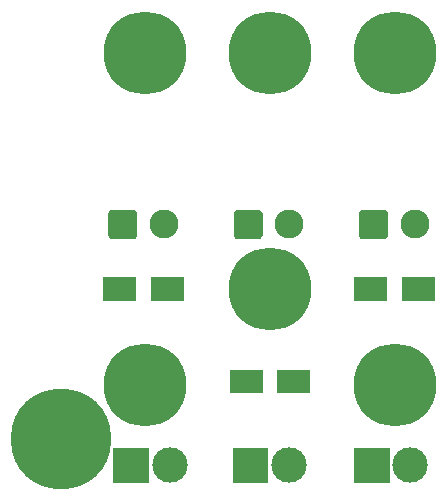
<source format=gts>
G04 start of page 2 for group 2 layer_idx 10 *
G04 Title: (unknown), top_mask *
G04 Creator: pcb-rnd 2.2.0 *
G04 CreationDate: 2020-03-19 21:02:38 UTC *
G04 For:  *
G04 Format: Gerber/RS-274X *
G04 PCB-Dimensions: 500000 500000 *
G04 PCB-Coordinate-Origin: lower left *
%MOIN*%
%FSLAX25Y25*%
%LNTOP_MASK_NONE_2*%
%ADD58C,0.0965*%
%ADD57C,0.1181*%
%ADD56C,0.0001*%
%ADD55C,0.3346*%
%ADD54C,0.2760*%
G54D54*X241929Y229528D03*
X200197D03*
X283661Y229488D03*
G54D55*X172244Y100984D03*
G54D54*X200197Y119094D03*
G54D56*G36*
X189764Y98031D02*X201575D01*
Y86220D01*
X189764D01*
Y98031D01*
G37*
G54D57*X208465Y92126D03*
G54D56*G36*
X229528Y98031D02*X241339D01*
Y86220D01*
X229528D01*
Y98031D01*
G37*
G36*
X228543Y124016D02*X239567D01*
Y116142D01*
X228543D01*
Y124016D01*
G37*
G54D54*X241929Y150787D03*
X283661Y119055D03*
G54D56*G36*
X270079Y154921D02*X281102D01*
Y147047D01*
X270079D01*
Y154921D01*
G37*
G36*
X285827D02*X296850D01*
Y147047D01*
X285827D01*
Y154921D01*
G37*
G36*
X244291Y124016D02*X255315D01*
Y116142D01*
X244291D01*
Y124016D01*
G37*
G54D57*X248228Y92126D03*
G54D56*G36*
X270079Y98031D02*X281890D01*
Y86220D01*
X270079D01*
Y98031D01*
G37*
G54D57*X288780Y92126D03*
G54D56*G36*
X186417Y154921D02*X197441D01*
Y147047D01*
X186417D01*
Y154921D01*
G37*
G36*
X202165D02*X213189D01*
Y147047D01*
X202165D01*
Y154921D01*
G37*
G36*
X281240Y176072D02*X281152Y176517D01*
X280872Y176935D01*
X280454Y177215D01*
X280009Y177303D01*
X272826D01*
X272381Y177215D01*
X271962Y176935D01*
X271683Y176517D01*
X271594Y176072D01*
Y168889D01*
X271683Y168444D01*
X271962Y168025D01*
X272381Y167746D01*
X272826Y167657D01*
X280009D01*
X280454Y167746D01*
X280872Y168025D01*
X281152Y168444D01*
X281240Y168889D01*
Y176072D01*
G37*
G54D58*X290197Y172480D03*
G54D56*G36*
X239469Y176072D02*X239380Y176517D01*
X239101Y176935D01*
X238682Y177215D01*
X238237Y177303D01*
X231054D01*
X230609Y177215D01*
X230191Y176935D01*
X229911Y176517D01*
X229823Y176072D01*
Y168889D01*
X229911Y168444D01*
X230191Y168025D01*
X230609Y167746D01*
X231054Y167657D01*
X238237D01*
X238682Y167746D01*
X239101Y168025D01*
X239380Y168444D01*
X239469Y168889D01*
Y176072D01*
G37*
G36*
X197736D02*X197648Y176517D01*
X197368Y176935D01*
X196950Y177215D01*
X196505Y177303D01*
X189322D01*
X188877Y177215D01*
X188459Y176935D01*
X188179Y176517D01*
X188091Y176072D01*
Y168889D01*
X188179Y168444D01*
X188459Y168025D01*
X188877Y167746D01*
X189322Y167657D01*
X196505D01*
X196950Y167746D01*
X197368Y168025D01*
X197648Y168444D01*
X197736Y168889D01*
Y176072D01*
G37*
G54D58*X206693Y172480D03*
X248425D03*
M02*

</source>
